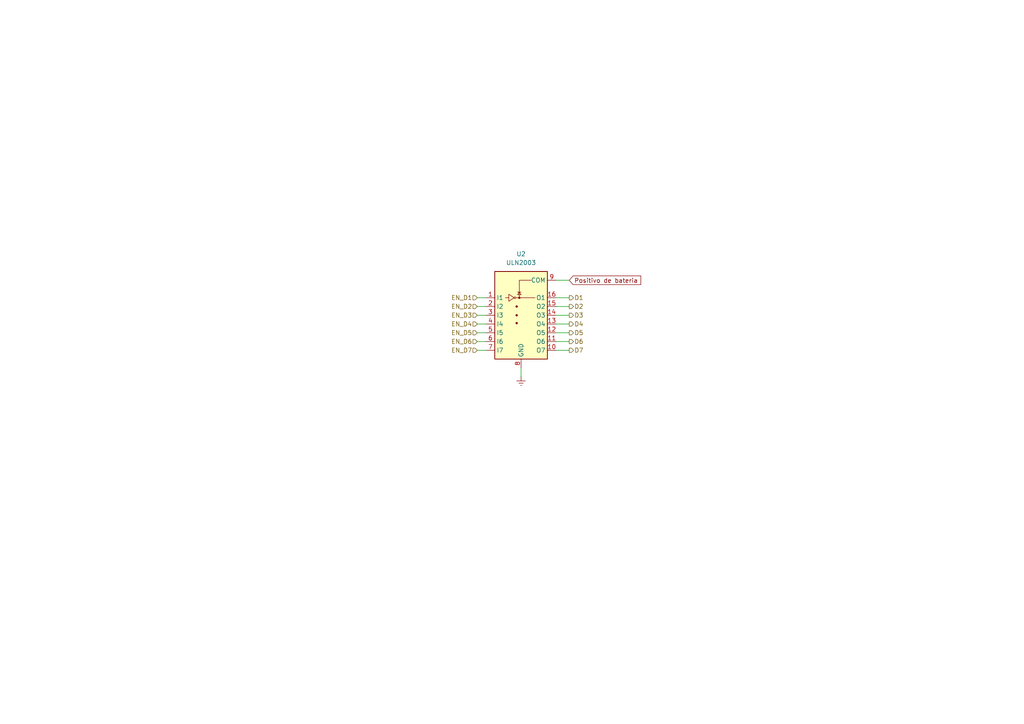
<source format=kicad_sch>
(kicad_sch (version 20230121) (generator eeschema)
  (paper "A4")
  (lib_symbols
    (symbol "Transistor_Array:ULN2003"
      (property "Reference" "U" (at 0 15.875 0))
      (property "Value" "ULN2003" (at 0 13.97 0))
      (symbol "ULN2003_0_1"
        (rectangle (start -7.62 -12.7) (end 7.62 12.7) (stroke (width 0.254)) (fill (type background)))
        (circle (center -1.778 5.08) (radius 0.254))
        (circle (center -1.27 -2.286) (radius 0.254) (fill (type outline)))
        (circle (center -1.27 0) (radius 0.254) (fill (type outline)))
        (circle (center -1.27 2.54) (radius 0.254) (fill (type outline)))
        (circle (center -0.508 5.08) (radius 0.254) (fill (type outline)))
        (polyline (pts (xy -4.572 5.08) (xy -3.556 5.08)))
        (polyline (pts (xy -1.524 5.08) (xy 4.064 5.08)))
        (polyline (pts (xy 0 6.731) (xy -1.016 6.731)))
        (polyline (pts (xy -0.508 5.08) (xy -0.508 10.16) (xy 2.921 10.16)))
        (polyline (pts (xy -3.556 6.096) (xy -3.556 4.064) (xy -2.032 5.08) (xy -3.556 6.096)))
        (polyline (pts (xy 0 5.969) (xy -1.016 5.969) (xy -0.508 6.731) (xy 0 5.969)))
      )
      (symbol "ULN2003_1_1"
        (pin input line (at -10.16 5.08 0) (length 2.54) (name "I1") (number "1"))
        (pin open_collector line (at 10.16 -10.16 180) (length 2.54) (name "O7") (number "10"))
        (pin open_collector line (at 10.16 -7.62 180) (length 2.54) (name "O6") (number "11"))
        (pin open_collector line (at 10.16 -5.08 180) (length 2.54) (name "O5") (number "12"))
        (pin open_collector line (at 10.16 -2.54 180) (length 2.54) (name "O4") (number "13"))
        (pin open_collector line (at 10.16 0 180) (length 2.54) (name "O3") (number "14"))
        (pin open_collector line (at 10.16 2.54 180) (length 2.54) (name "O2") (number "15"))
        (pin open_collector line (at 10.16 5.08 180) (length 2.54) (name "O1") (number "16"))
        (pin input line (at -10.16 2.54 0) (length 2.54) (name "I2") (number "2"))
        (pin input line (at -10.16 0 0) (length 2.54) (name "I3") (number "3"))
        (pin input line (at -10.16 -2.54 0) (length 2.54) (name "I4") (number "4"))
        (pin input line (at -10.16 -5.08 0) (length 2.54) (name "I5") (number "5"))
        (pin input line (at -10.16 -7.62 0) (length 2.54) (name "I6") (number "6"))
        (pin input line (at -10.16 -10.16 0) (length 2.54) (name "I7") (number "7"))
        (pin power_in line (at 0 -15.24 90) (length 2.54) (name "GND") (number "8"))
        (pin passive line (at 10.16 10.16 180) (length 2.54) (name "COM") (number "9"))
      )
    )
    (symbol "power:Earth" (power) (pin_names (offset 0))
      (symbol "Earth_0_1"
        (polyline (pts (xy -0.635 -1.905) (xy 0.635 -1.905)))
        (polyline (pts (xy -0.127 -2.54) (xy 0.127 -2.54)))
        (polyline (pts (xy 0 -1.27) (xy 0 0)))
        (polyline (pts (xy 1.27 -1.27) (xy -1.27 -1.27)))
      )
      (symbol "Earth_1_1"
        (pin power_in line (at 0 0 270) (length 0) hide (name "Earth") (number "1"))
      )
    )
  )
  (wire (pts (xy 161.29 91.44) (xy 165.1 91.44)))
  (wire (pts (xy 161.29 93.98) (xy 165.1 93.98)))
  (wire (pts (xy 161.29 96.52) (xy 165.1 96.52)))
  (wire (pts (xy 138.43 101.6) (xy 140.97 101.6)))
  (wire (pts (xy 161.29 101.6) (xy 165.1 101.6)))
  (wire (pts (xy 138.43 96.52) (xy 140.97 96.52)))
  (wire (pts (xy 138.43 91.44) (xy 140.97 91.44)))
  (wire (pts (xy 161.29 88.9) (xy 165.1 88.9)))
  (wire (pts (xy 161.29 86.36) (xy 165.1 86.36)))
  (wire (pts (xy 138.43 93.98) (xy 140.97 93.98)))
  (wire (pts (xy 138.43 88.9) (xy 140.97 88.9)))
  (wire (pts (xy 138.43 86.36) (xy 140.97 86.36)))
  (wire (pts (xy 161.29 81.28) (xy 165.1 81.28)))
  (wire (pts (xy 161.29 99.06) (xy 165.1 99.06)))
  (wire (pts (xy 151.13 106.68) (xy 151.13 109.22)))
  (wire (pts (xy 138.43 99.06) (xy 140.97 99.06)))
  (global_label "Positivo de bateria" (shape input) (at 165.1 81.28 0) (property "Intersheetrefs" "${INTERSHEET_REFS}" (effects hide)))
  (hierarchical_label "D1" (shape output) (at 165.1 86.36 0))
  (hierarchical_label "D7" (shape output) (at 165.1 101.6 0))
  (hierarchical_label "D6" (shape output) (at 165.1 99.06 0))
  (hierarchical_label "D5" (shape output) (at 165.1 96.52 0))
  (hierarchical_label "EN_D4" (shape input) (at 138.43 93.98 180))
  (hierarchical_label "EN_D6" (shape input) (at 138.43 99.06 180))
  (hierarchical_label "EN_D2" (shape input) (at 138.43 88.9 180))
  (hierarchical_label "D2" (shape output) (at 165.1 88.9 0))
  (hierarchical_label "D4" (shape output) (at 165.1 93.98 0))
  (hierarchical_label "EN_D7" (shape input) (at 138.43 101.6 180))
  (hierarchical_label "EN_D5" (shape input) (at 138.43 96.52 180))
  (hierarchical_label "EN_D3" (shape input) (at 138.43 91.44 180))
  (hierarchical_label "D3" (shape output) (at 165.1 91.44 0))
  (hierarchical_label "EN_D1" (shape input) (at 138.43 86.36 180))
  (symbol (lib_id "Transistor_Array:ULN2003") (at 151.13 91.44 0) (unit 1)
    (property "Reference" "U2" (at 151.13 73.66 0))
    (property "Value" "ULN2003" (at 151.13 76.2 0))
    (property "Footprint" "Package_SO:SOIC-16_3.9x9.9mm_P1.27mm" (effects hide))
    (property "Datasheet" "http://www.ti.com/lit/ds/symlink/uln2003a.pdf" (effects hide))
  )
  (symbol (lib_id "power:Earth") (at 151.13 109.22 0) (unit 1)
    (property "Reference" "#PWR03" (effects hide))
    (property "Value" "Earth" (effects hide))
  )
)
</source>
